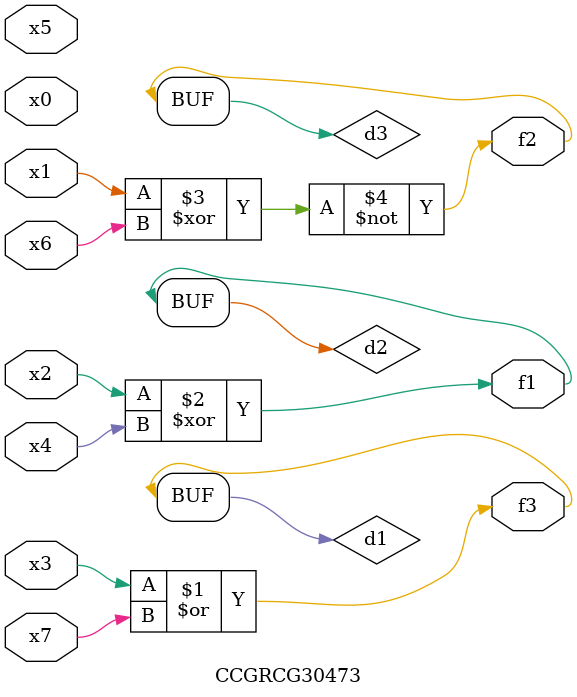
<source format=v>
module CCGRCG30473(
	input x0, x1, x2, x3, x4, x5, x6, x7,
	output f1, f2, f3
);

	wire d1, d2, d3;

	or (d1, x3, x7);
	xor (d2, x2, x4);
	xnor (d3, x1, x6);
	assign f1 = d2;
	assign f2 = d3;
	assign f3 = d1;
endmodule

</source>
